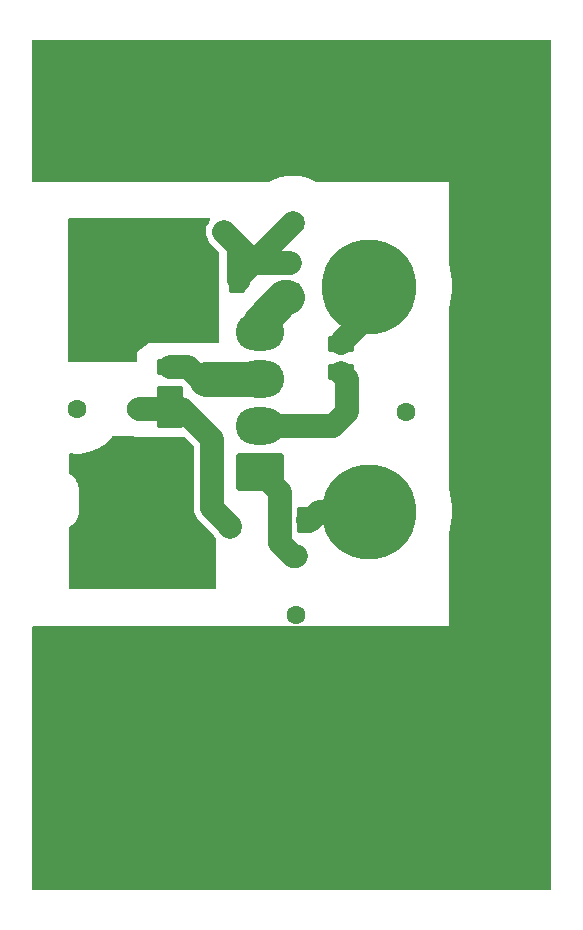
<source format=gbr>
%TF.GenerationSoftware,KiCad,Pcbnew,(6.0.7-1)-1*%
%TF.CreationDate,2022-10-01T11:55:10+02:00*%
%TF.ProjectId,HP6632B_binding_posts,48503636-3332-4425-9f62-696e64696e67,v2.0*%
%TF.SameCoordinates,Original*%
%TF.FileFunction,Copper,L1,Top*%
%TF.FilePolarity,Positive*%
%FSLAX46Y46*%
G04 Gerber Fmt 4.6, Leading zero omitted, Abs format (unit mm)*
G04 Created by KiCad (PCBNEW (6.0.7-1)-1) date 2022-10-01 11:55:10*
%MOMM*%
%LPD*%
G01*
G04 APERTURE LIST*
G04 Aperture macros list*
%AMRoundRect*
0 Rectangle with rounded corners*
0 $1 Rounding radius*
0 $2 $3 $4 $5 $6 $7 $8 $9 X,Y pos of 4 corners*
0 Add a 4 corners polygon primitive as box body*
4,1,4,$2,$3,$4,$5,$6,$7,$8,$9,$2,$3,0*
0 Add four circle primitives for the rounded corners*
1,1,$1+$1,$2,$3*
1,1,$1+$1,$4,$5*
1,1,$1+$1,$6,$7*
1,1,$1+$1,$8,$9*
0 Add four rect primitives between the rounded corners*
20,1,$1+$1,$2,$3,$4,$5,0*
20,1,$1+$1,$4,$5,$6,$7,0*
20,1,$1+$1,$6,$7,$8,$9,0*
20,1,$1+$1,$8,$9,$2,$3,0*%
G04 Aperture macros list end*
%TA.AperFunction,ComponentPad*%
%ADD10C,8.000000*%
%TD*%
%TA.AperFunction,ComponentPad*%
%ADD11C,2.000000*%
%TD*%
%TA.AperFunction,ComponentPad*%
%ADD12C,1.600000*%
%TD*%
%TA.AperFunction,SMDPad,CuDef*%
%ADD13RoundRect,0.250001X0.462499X0.849999X-0.462499X0.849999X-0.462499X-0.849999X0.462499X-0.849999X0*%
%TD*%
%TA.AperFunction,SMDPad,CuDef*%
%ADD14RoundRect,0.250001X-0.849999X0.462499X-0.849999X-0.462499X0.849999X-0.462499X0.849999X0.462499X0*%
%TD*%
%TA.AperFunction,SMDPad,CuDef*%
%ADD15RoundRect,0.250001X-0.462499X-0.849999X0.462499X-0.849999X0.462499X0.849999X-0.462499X0.849999X0*%
%TD*%
%TA.AperFunction,SMDPad,CuDef*%
%ADD16RoundRect,0.250001X0.849999X-0.462499X0.849999X0.462499X-0.849999X0.462499X-0.849999X-0.462499X0*%
%TD*%
%TA.AperFunction,ComponentPad*%
%ADD17C,4.000000*%
%TD*%
%TA.AperFunction,ComponentPad*%
%ADD18RoundRect,0.250000X1.800000X-1.330000X1.800000X1.330000X-1.800000X1.330000X-1.800000X-1.330000X0*%
%TD*%
%TA.AperFunction,ComponentPad*%
%ADD19O,4.100000X3.160000*%
%TD*%
%TA.AperFunction,ViaPad*%
%ADD20C,0.600000*%
%TD*%
%TA.AperFunction,Conductor*%
%ADD21C,2.000000*%
%TD*%
%TA.AperFunction,Conductor*%
%ADD22C,3.000000*%
%TD*%
G04 APERTURE END LIST*
D10*
%TO.P,BP2,1,Pin_1*%
%TO.N,/V-*%
X95050000Y-90450000D03*
%TD*%
D11*
%TO.P,C604,1*%
%TO.N,Earth*%
X102272000Y-101736000D03*
%TO.P,C604,2*%
%TO.N,Net-(C604-Pad2)*%
X102272000Y-91736000D03*
%TD*%
D12*
%TO.P,C605,1*%
%TO.N,Net-(C603-Pad1)*%
X101764000Y-66764000D03*
%TO.P,C605,2*%
%TO.N,Earth*%
X101764000Y-61764000D03*
%TD*%
D13*
%TO.P,L601,1,1*%
%TO.N,Net-(C603-Pad1)*%
X102926500Y-70828000D03*
%TO.P,L601,2,2*%
%TO.N,/V+*%
X100601500Y-70828000D03*
%TD*%
D14*
%TO.P,L603,1,1*%
%TO.N,Net-(J615-Pad3)*%
X97192000Y-78194000D03*
%TO.P,L603,2,2*%
%TO.N,Net-(C604-Pad2)*%
X97192000Y-80519000D03*
%TD*%
D10*
%TO.P,BP1,1,Pin_1*%
%TO.N,/V+*%
X95050000Y-71400000D03*
%TD*%
D15*
%TO.P,L606,1,1*%
%TO.N,Net-(C608-Pad2)*%
X106297000Y-91148000D03*
%TO.P,L606,2,2*%
%TO.N,/V-_sense*%
X108622000Y-91148000D03*
%TD*%
D12*
%TO.P,C607,1*%
%TO.N,Net-(C607-Pad1)*%
X112218000Y-82004000D03*
%TO.P,C607,2*%
%TO.N,Earth*%
X117218000Y-82004000D03*
%TD*%
%TO.P,C608,1*%
%TO.N,Earth*%
X107860000Y-99236000D03*
%TO.P,C608,2*%
%TO.N,Net-(C608-Pad2)*%
X107860000Y-94236000D03*
%TD*%
D10*
%TO.P,BP5,1,Pin_1*%
%TO.N,Earth*%
X95050000Y-109500000D03*
%TD*%
D16*
%TO.P,L602,1,1*%
%TO.N,Net-(J615-Pad4)*%
X107098000Y-71736500D03*
%TO.P,L602,2,2*%
%TO.N,Net-(C603-Pad1)*%
X107098000Y-69411500D03*
%TD*%
D14*
%TO.P,L604,1,1*%
%TO.N,Net-(C604-Pad2)*%
X97192000Y-82727000D03*
%TO.P,L604,2,2*%
%TO.N,/V-*%
X97192000Y-85052000D03*
%TD*%
D16*
%TO.P,L605,1,1*%
%TO.N,Net-(C607-Pad1)*%
X111670000Y-78594500D03*
%TO.P,L605,2,2*%
%TO.N,/V+_sense*%
X111670000Y-76269500D03*
%TD*%
D11*
%TO.P,C603,1*%
%TO.N,Net-(C603-Pad1)*%
X107606000Y-66002000D03*
%TO.P,C603,2*%
%TO.N,Earth*%
X107606000Y-56002000D03*
%TD*%
D17*
%TO.P,J1,1,Pin_1*%
%TO.N,Earth*%
X106844000Y-105880000D03*
%TD*%
D18*
%TO.P,J615,1,Pin_1*%
%TO.N,Net-(C608-Pad2)*%
X104812000Y-87130000D03*
D19*
%TO.P,J615,2,Pin_2*%
%TO.N,Net-(C607-Pad1)*%
X104812000Y-83170000D03*
%TO.P,J615,3,Pin_3*%
%TO.N,Net-(J615-Pad3)*%
X104812000Y-79210000D03*
%TO.P,J615,4,Pin_4*%
%TO.N,Net-(J615-Pad4)*%
X104812000Y-75250000D03*
%TD*%
D12*
%TO.P,C606,1*%
%TO.N,Earth*%
X89318000Y-81750000D03*
%TO.P,C606,2*%
%TO.N,Net-(C604-Pad2)*%
X94318000Y-81750000D03*
%TD*%
D10*
%TO.P,BP3,1,Pin_1*%
%TO.N,/V+_sense*%
X114100000Y-71400000D03*
%TD*%
%TO.P,BP4,1,Pin_1*%
%TO.N,/V-_sense*%
X114100000Y-90450000D03*
%TD*%
D20*
%TO.N,Earth*%
X97700000Y-118580000D03*
X128180000Y-103340000D03*
X90080000Y-116040000D03*
X123100000Y-57620000D03*
X125640000Y-65240000D03*
X110400000Y-60160000D03*
X90080000Y-121120000D03*
X102780000Y-118580000D03*
X128180000Y-77940000D03*
X105320000Y-110960000D03*
X123100000Y-103340000D03*
X90080000Y-110960000D03*
X118020000Y-103340000D03*
X97700000Y-52540000D03*
X107860000Y-103340000D03*
X123100000Y-72860000D03*
X115480000Y-121120000D03*
X125640000Y-95720000D03*
X120560000Y-60160000D03*
X118020000Y-113500000D03*
X87540000Y-108420000D03*
X123100000Y-98260000D03*
X95160000Y-116040000D03*
X120560000Y-105880000D03*
X110400000Y-55080000D03*
X128180000Y-118580000D03*
X128180000Y-67780000D03*
X102780000Y-103340000D03*
X112940000Y-57620000D03*
X92620000Y-103340000D03*
X128180000Y-93180000D03*
X128180000Y-83020000D03*
X123100000Y-67780000D03*
X105320000Y-121120000D03*
X87540000Y-118580000D03*
X97700000Y-57620000D03*
X100240000Y-110960000D03*
X87540000Y-57620000D03*
X110400000Y-105880000D03*
X120560000Y-55080000D03*
X100240000Y-116040000D03*
X120560000Y-110960000D03*
X125640000Y-60160000D03*
X87540000Y-52540000D03*
X102780000Y-52540000D03*
X128180000Y-113500000D03*
X125640000Y-70320000D03*
X112940000Y-118580000D03*
X107860000Y-113500000D03*
X125640000Y-110960000D03*
X92620000Y-113500000D03*
X125640000Y-105880000D03*
X125640000Y-80480000D03*
X110400000Y-110960000D03*
X128180000Y-88100000D03*
X123100000Y-93180000D03*
X125640000Y-116040000D03*
X92620000Y-52540000D03*
X90080000Y-105880000D03*
X110400000Y-121120000D03*
X107860000Y-108420000D03*
X95160000Y-121120000D03*
X120560000Y-116040000D03*
X102780000Y-57620000D03*
X128180000Y-57620000D03*
X105320000Y-116040000D03*
X123100000Y-118580000D03*
X107860000Y-118580000D03*
X92620000Y-57620000D03*
X128180000Y-72860000D03*
X123100000Y-113500000D03*
X90080000Y-60160000D03*
X118020000Y-52540000D03*
X100240000Y-55080000D03*
X128180000Y-98260000D03*
X110400000Y-116040000D03*
X107860000Y-57620000D03*
X123100000Y-52540000D03*
X123100000Y-62700000D03*
X128180000Y-52540000D03*
X118020000Y-118580000D03*
X95160000Y-60160000D03*
X115480000Y-105880000D03*
X125640000Y-90640000D03*
X115480000Y-60160000D03*
X128180000Y-62700000D03*
X128180000Y-108420000D03*
X107860000Y-52540000D03*
X105320000Y-55080000D03*
X92620000Y-118580000D03*
X100240000Y-121120000D03*
X87540000Y-103340000D03*
X97700000Y-103340000D03*
X125640000Y-85560000D03*
X100240000Y-60160000D03*
X125640000Y-100800000D03*
X123100000Y-108420000D03*
X123100000Y-83020000D03*
X102780000Y-113500000D03*
X115480000Y-55080000D03*
X115480000Y-110960000D03*
X125640000Y-121120000D03*
X112940000Y-52540000D03*
X105320000Y-60160000D03*
X115480000Y-116040000D03*
X120560000Y-121120000D03*
X123100000Y-77940000D03*
X102780000Y-108420000D03*
X112940000Y-108420000D03*
X97700000Y-113500000D03*
X118020000Y-57620000D03*
X95160000Y-55080000D03*
X125640000Y-55080000D03*
X87540000Y-113500000D03*
X118020000Y-108420000D03*
X100240000Y-105880000D03*
X123100000Y-88100000D03*
X125640000Y-75400000D03*
X112940000Y-103340000D03*
X90080000Y-55080000D03*
X112940000Y-113500000D03*
%TD*%
D21*
%TO.N,Net-(J615-Pad3)*%
X97192000Y-78194000D02*
X98716000Y-78194000D01*
X98716000Y-78194000D02*
X99986000Y-79464000D01*
D22*
X104812000Y-79210000D02*
X100277499Y-79210000D01*
D21*
%TO.N,Net-(C608-Pad2)*%
X106509500Y-93099500D02*
X107606000Y-94196000D01*
X107606000Y-94196000D02*
X107860000Y-94196000D01*
%TO.N,Net-(C603-Pad1)*%
X101764000Y-66764000D02*
X103034000Y-68034000D01*
X104411500Y-69411500D02*
X107352000Y-69411500D01*
X103034000Y-68034000D02*
X103034000Y-70828000D01*
X103034000Y-68034000D02*
X104411500Y-69411500D01*
X103034000Y-70574000D02*
X103034000Y-70828000D01*
X107606000Y-66002000D02*
X103034000Y-70574000D01*
%TO.N,Net-(C604-Pad2)*%
X98208000Y-81750000D02*
X100748000Y-84290000D01*
X94612000Y-81750000D02*
X98208000Y-81750000D01*
X100748000Y-90132000D02*
X102272000Y-91656000D01*
X100748000Y-84290000D02*
X100748000Y-90132000D01*
%TO.N,/V+_sense*%
X114100000Y-71400000D02*
X114100000Y-73732000D01*
X114100000Y-73732000D02*
X111670000Y-76162000D01*
X114100000Y-71400000D02*
X114100000Y-73986000D01*
%TO.N,/V-_sense*%
X109130000Y-91148000D02*
X108909500Y-91148000D01*
X114100000Y-90450000D02*
X109828000Y-90450000D01*
X109828000Y-90450000D02*
X109130000Y-91148000D01*
%TO.N,Net-(C607-Pad1)*%
X112218000Y-82004000D02*
X112218000Y-79250000D01*
X111012000Y-83170000D02*
X112178000Y-82004000D01*
X104812000Y-83170000D02*
X111012000Y-83170000D01*
X112218000Y-79250000D02*
X111670000Y-78702000D01*
%TO.N,Net-(C608-Pad2)*%
X106509500Y-88827500D02*
X106509500Y-93099500D01*
X104812000Y-87130000D02*
X106509500Y-88827500D01*
D22*
%TO.N,Net-(J615-Pad4)*%
X106884500Y-72311500D02*
X107098000Y-72311500D01*
X104812000Y-75250000D02*
X104812000Y-74384000D01*
X104812000Y-74384000D02*
X106884500Y-72311500D01*
%TD*%
%TA.AperFunction,Conductor*%
%TO.N,Earth*%
G36*
X129442539Y-50520185D02*
G01*
X129488294Y-50572989D01*
X129499500Y-50624500D01*
X129499500Y-122375500D01*
X129479815Y-122442539D01*
X129427011Y-122488294D01*
X129375500Y-122499500D01*
X85624974Y-122499500D01*
X85557935Y-122479815D01*
X85512180Y-122427011D01*
X85500974Y-122375406D01*
X85517750Y-100288906D01*
X85537486Y-100221881D01*
X85590324Y-100176167D01*
X85641750Y-100165000D01*
X120814000Y-100165000D01*
X120814000Y-92457660D01*
X120819870Y-92419960D01*
X120846644Y-92336066D01*
X120846645Y-92336063D01*
X120847338Y-92333891D01*
X120950446Y-91904417D01*
X120966662Y-91836874D01*
X120966664Y-91836864D01*
X120967191Y-91834669D01*
X121050159Y-91328009D01*
X121050361Y-91325747D01*
X121095625Y-90818577D01*
X121095626Y-90818564D01*
X121095798Y-90816634D01*
X121105399Y-90450000D01*
X121086586Y-89936937D01*
X121030247Y-89426630D01*
X120936686Y-88921820D01*
X120818059Y-88469639D01*
X120814000Y-88438173D01*
X120814000Y-73407660D01*
X120819870Y-73369960D01*
X120846644Y-73286066D01*
X120846645Y-73286063D01*
X120847338Y-73283891D01*
X120967191Y-72784669D01*
X121050159Y-72278009D01*
X121095798Y-71766634D01*
X121105399Y-71400000D01*
X121086586Y-70886937D01*
X121030247Y-70376630D01*
X120936686Y-69871820D01*
X120818059Y-69419639D01*
X120814000Y-69388173D01*
X120814000Y-62573000D01*
X109701933Y-62573000D01*
X109640781Y-62556872D01*
X109631212Y-62551447D01*
X109628153Y-62549654D01*
X109618301Y-62543687D01*
X109577781Y-62519148D01*
X109513626Y-62480294D01*
X109513623Y-62480292D01*
X109511030Y-62478722D01*
X109462604Y-62455520D01*
X109455030Y-62451565D01*
X109408421Y-62425141D01*
X109408420Y-62425141D01*
X109405738Y-62423620D01*
X109281728Y-62368796D01*
X109278347Y-62367239D01*
X109260991Y-62358923D01*
X109158126Y-62309638D01*
X109104256Y-62290031D01*
X109096531Y-62286921D01*
X109044262Y-62263813D01*
X109044248Y-62263808D01*
X109041435Y-62262564D01*
X108916053Y-62221462D01*
X108912270Y-62220154D01*
X108793267Y-62176841D01*
X108793268Y-62176841D01*
X108790407Y-62175800D01*
X108731371Y-62160642D01*
X108723633Y-62158383D01*
X108662938Y-62138486D01*
X108640989Y-62133640D01*
X108537530Y-62110798D01*
X108533426Y-62109818D01*
X108414320Y-62079237D01*
X108414313Y-62079236D01*
X108411382Y-62078483D01*
X108347613Y-62068611D01*
X108339851Y-62067155D01*
X108277002Y-62053279D01*
X108276994Y-62053278D01*
X108273988Y-62052614D01*
X108150009Y-62037940D01*
X108145615Y-62037340D01*
X108027670Y-62019081D01*
X108027662Y-62019080D01*
X108024670Y-62018617D01*
X107956619Y-62014813D01*
X107948976Y-62014147D01*
X107922508Y-62011014D01*
X107881511Y-62006161D01*
X107881505Y-62006161D01*
X107878433Y-62005797D01*
X107875341Y-62005740D01*
X107875336Y-62005740D01*
X107790729Y-62004190D01*
X107757186Y-62003575D01*
X107752546Y-62003403D01*
X107633962Y-61996773D01*
X107562271Y-61999777D01*
X107554833Y-61999865D01*
X107480184Y-61998497D01*
X107477113Y-61998747D01*
X107477107Y-61998747D01*
X107362865Y-62008039D01*
X107358006Y-62008338D01*
X107294257Y-62011010D01*
X107242987Y-62013159D01*
X107168335Y-62023651D01*
X107161159Y-62024447D01*
X107124957Y-62027391D01*
X107086261Y-62030538D01*
X107086253Y-62030539D01*
X107083180Y-62030789D01*
X107080130Y-62031346D01*
X106970950Y-62051285D01*
X106965931Y-62052096D01*
X106858476Y-62067198D01*
X106858466Y-62067200D01*
X106855477Y-62067620D01*
X106852541Y-62068330D01*
X106852532Y-62068332D01*
X106778700Y-62086194D01*
X106771825Y-62087652D01*
X106691345Y-62102351D01*
X106585116Y-62132912D01*
X106580003Y-62134264D01*
X106558577Y-62139448D01*
X106478065Y-62158926D01*
X106478062Y-62158927D01*
X106475131Y-62159636D01*
X106472292Y-62160625D01*
X106472267Y-62160632D01*
X106397134Y-62186797D01*
X106390644Y-62188859D01*
X106362697Y-62196899D01*
X106311515Y-62211623D01*
X106311507Y-62211626D01*
X106308555Y-62212475D01*
X106305685Y-62213620D01*
X106209228Y-62252102D01*
X106204058Y-62254033D01*
X106149466Y-62273044D01*
X106105579Y-62288327D01*
X106061696Y-62308604D01*
X106027326Y-62324485D01*
X106021263Y-62327093D01*
X105993674Y-62338100D01*
X105938596Y-62360074D01*
X105846856Y-62407729D01*
X105841733Y-62410241D01*
X105753112Y-62451190D01*
X105753107Y-62451193D01*
X105750349Y-62452467D01*
X105747738Y-62453999D01*
X105747732Y-62454002D01*
X105672885Y-62497915D01*
X105667319Y-62500991D01*
X105585125Y-62543687D01*
X105582539Y-62545376D01*
X105582527Y-62545383D01*
X105571145Y-62552817D01*
X105503337Y-62573000D01*
X85632449Y-62573000D01*
X85565410Y-62553315D01*
X85519655Y-62500511D01*
X85508449Y-62449079D01*
X85500899Y-50624579D01*
X85520541Y-50557527D01*
X85573316Y-50511739D01*
X85624899Y-50500500D01*
X129375500Y-50500500D01*
X129442539Y-50520185D01*
G37*
%TD.AperFunction*%
%TD*%
%TA.AperFunction,Conductor*%
%TO.N,/V-*%
G36*
X95939809Y-84110049D02*
G01*
X98420424Y-84135361D01*
X98488335Y-84156057D01*
X98508231Y-84172259D01*
X99210595Y-84874623D01*
X99244621Y-84936935D01*
X99247500Y-84963718D01*
X99247500Y-90016268D01*
X99246243Y-90034021D01*
X99245007Y-90042706D01*
X99245124Y-90047868D01*
X99245124Y-90047871D01*
X99247468Y-90151150D01*
X99247500Y-90154009D01*
X99247500Y-90194554D01*
X99247710Y-90197109D01*
X99247711Y-90197133D01*
X99248509Y-90206839D01*
X99248901Y-90214298D01*
X99250605Y-90289382D01*
X99251563Y-90294454D01*
X99251564Y-90294460D01*
X99257684Y-90326847D01*
X99259451Y-90339916D01*
X99260493Y-90352584D01*
X99262575Y-90377911D01*
X99267772Y-90398602D01*
X99280869Y-90450746D01*
X99282474Y-90458045D01*
X99296417Y-90531833D01*
X99298192Y-90536684D01*
X99298193Y-90536687D01*
X99309518Y-90567633D01*
X99313395Y-90580236D01*
X99322684Y-90617217D01*
X99324744Y-90621954D01*
X99352629Y-90686087D01*
X99355404Y-90693025D01*
X99381211Y-90763545D01*
X99383762Y-90768053D01*
X99399983Y-90796724D01*
X99405869Y-90808528D01*
X99421072Y-90843493D01*
X99461862Y-90906545D01*
X99465727Y-90912927D01*
X99500164Y-90973795D01*
X99500169Y-90973803D01*
X99502712Y-90978297D01*
X99505957Y-90982319D01*
X99505962Y-90982326D01*
X99526659Y-91007977D01*
X99534386Y-91018651D01*
X99555095Y-91050661D01*
X99605635Y-91106203D01*
X99610492Y-91111871D01*
X99627803Y-91133326D01*
X99627810Y-91133334D01*
X99629917Y-91135945D01*
X99658675Y-91164703D01*
X99662774Y-91168999D01*
X99721154Y-91233158D01*
X99725205Y-91236357D01*
X99725209Y-91236361D01*
X99743793Y-91251037D01*
X99754796Y-91260824D01*
X100948007Y-92454035D01*
X100966343Y-92477294D01*
X101057006Y-92625241D01*
X101098238Y-92672841D01*
X101127720Y-92737424D01*
X101129000Y-92755336D01*
X101129000Y-96864000D01*
X101108998Y-96932121D01*
X101055342Y-96978614D01*
X101003000Y-96990000D01*
X88809000Y-96990000D01*
X88740879Y-96969998D01*
X88694386Y-96916342D01*
X88683000Y-96864000D01*
X88683000Y-91804834D01*
X88703002Y-91736713D01*
X88740066Y-91699363D01*
X88901199Y-91594049D01*
X88905179Y-91591448D01*
X89077509Y-91437249D01*
X89224674Y-91258874D01*
X89298157Y-91135945D01*
X89340882Y-91064471D01*
X89340883Y-91064468D01*
X89343323Y-91060387D01*
X89406158Y-90906532D01*
X89428955Y-90850714D01*
X89428956Y-90850711D01*
X89430755Y-90846306D01*
X89432577Y-90838756D01*
X89483862Y-90626134D01*
X89483862Y-90626133D01*
X89484978Y-90621507D01*
X89501683Y-90426938D01*
X89503185Y-90415560D01*
X89504488Y-90408268D01*
X89504488Y-90408263D01*
X89505345Y-90403469D01*
X89505621Y-90391117D01*
X89501598Y-90360846D01*
X89500500Y-90344247D01*
X89500500Y-88671970D01*
X89503085Y-88646581D01*
X89503737Y-88643413D01*
X89503738Y-88643407D01*
X89504717Y-88638647D01*
X89505044Y-88631923D01*
X89505080Y-88631174D01*
X89505080Y-88631171D01*
X89505316Y-88626307D01*
X89503915Y-88613145D01*
X89503294Y-88604442D01*
X89497197Y-88438173D01*
X89496171Y-88410195D01*
X89456956Y-88197567D01*
X89455475Y-88193216D01*
X89455473Y-88193209D01*
X89388760Y-87997237D01*
X89387280Y-87992889D01*
X89385184Y-87988801D01*
X89290720Y-87804592D01*
X89290716Y-87804586D01*
X89288620Y-87800498D01*
X89285949Y-87796753D01*
X89165736Y-87628213D01*
X89165733Y-87628210D01*
X89163068Y-87624473D01*
X89013285Y-87468546D01*
X89009659Y-87465733D01*
X88846075Y-87338837D01*
X88846072Y-87338835D01*
X88842447Y-87336023D01*
X88747046Y-87282153D01*
X88697564Y-87231242D01*
X88683000Y-87172437D01*
X88683000Y-85644473D01*
X88703002Y-85576352D01*
X88756658Y-85529859D01*
X88822389Y-85519186D01*
X88922255Y-85529859D01*
X89102411Y-85549113D01*
X89102420Y-85549114D01*
X89105578Y-85549451D01*
X89108764Y-85549468D01*
X89108770Y-85549468D01*
X89285250Y-85550392D01*
X89490624Y-85551467D01*
X89635167Y-85537549D01*
X89870737Y-85514866D01*
X89870742Y-85514865D01*
X89873902Y-85514561D01*
X89877022Y-85513938D01*
X89877026Y-85513937D01*
X90248361Y-85439737D01*
X90248360Y-85439737D01*
X90251489Y-85439112D01*
X90254525Y-85438178D01*
X90254533Y-85438176D01*
X90616476Y-85326827D01*
X90616479Y-85326826D01*
X90619518Y-85325891D01*
X90622446Y-85324654D01*
X90622452Y-85324652D01*
X90781869Y-85257312D01*
X90974221Y-85176059D01*
X90977024Y-85174525D01*
X90977029Y-85174522D01*
X91186043Y-85060090D01*
X91311968Y-84991148D01*
X91629298Y-84773053D01*
X91631737Y-84770985D01*
X91631743Y-84770980D01*
X91920525Y-84526076D01*
X91920533Y-84526068D01*
X91922965Y-84524006D01*
X91925173Y-84521711D01*
X91925181Y-84521704D01*
X92187745Y-84248859D01*
X92187747Y-84248856D01*
X92189960Y-84246557D01*
X92287583Y-84122053D01*
X92345357Y-84080789D01*
X92388023Y-84073807D01*
X95939809Y-84110049D01*
G37*
%TD.AperFunction*%
%TD*%
%TA.AperFunction,Conductor*%
%TO.N,/V+*%
G36*
X100592132Y-65598502D02*
G01*
X100638625Y-65652158D01*
X100648729Y-65722432D01*
X100625558Y-65779093D01*
X100481603Y-65975065D01*
X100369969Y-66195106D01*
X100295773Y-66430427D01*
X100261007Y-66674706D01*
X100266605Y-66921382D01*
X100267563Y-66926454D01*
X100267564Y-66926460D01*
X100268770Y-66932842D01*
X100312417Y-67163833D01*
X100397211Y-67395545D01*
X100399755Y-67400041D01*
X100399757Y-67400046D01*
X100516163Y-67605792D01*
X100518712Y-67610297D01*
X100645917Y-67767945D01*
X101346095Y-68468123D01*
X101380121Y-68530435D01*
X101383000Y-68557218D01*
X101383000Y-76036000D01*
X101362998Y-76104121D01*
X101309342Y-76150614D01*
X101257000Y-76162000D01*
X95414000Y-76162000D01*
X94398000Y-76924000D01*
X94398000Y-77687000D01*
X94377998Y-77755121D01*
X94324342Y-77801614D01*
X94272000Y-77813000D01*
X88682000Y-77813000D01*
X88613879Y-77792998D01*
X88567386Y-77739342D01*
X88556000Y-77687000D01*
X88556000Y-65704500D01*
X88576002Y-65636379D01*
X88629658Y-65589886D01*
X88682000Y-65578500D01*
X100524011Y-65578500D01*
X100592132Y-65598502D01*
G37*
%TD.AperFunction*%
%TD*%
M02*

</source>
